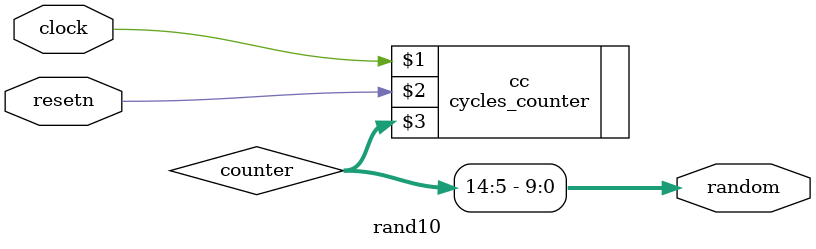
<source format=v>
module rand10(clock, resetn, random);
	input         clock, resetn;
	output [9:0]  random;
	wire   [31:0] counter;

	assign random = counter[14:5]; // Strip last 5 bits to get a more evenly distributed result.

	cycles_counter cc(clock, resetn, counter);
endmodule

</source>
